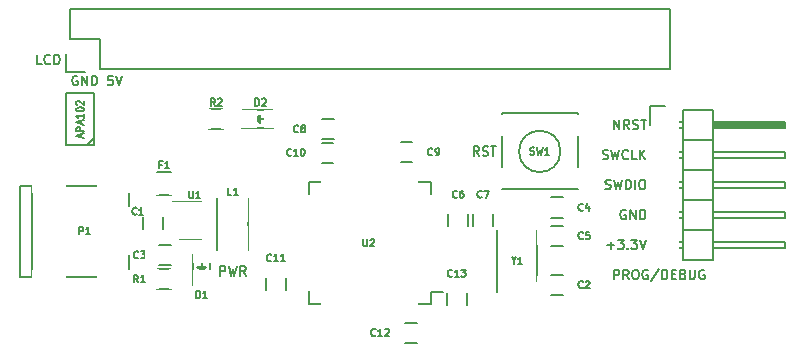
<source format=gto>
G04 #@! TF.FileFunction,Legend,Top*
%FSLAX46Y46*%
G04 Gerber Fmt 4.6, Leading zero omitted, Abs format (unit mm)*
G04 Created by KiCad (PCBNEW 4.0.5) date 12/27/16 09:40:05*
%MOMM*%
%LPD*%
G01*
G04 APERTURE LIST*
%ADD10C,0.100000*%
%ADD11C,0.150000*%
%ADD12C,0.180000*%
%ADD13C,0.120000*%
%ADD14R,1.400000X1.900000*%
%ADD15C,3.400000*%
%ADD16R,1.100000X1.700000*%
%ADD17R,1.598880X1.598880*%
%ADD18R,1.650000X1.400000*%
%ADD19R,1.400000X1.650000*%
%ADD20R,1.800000X1.800000*%
%ADD21R,1.800000X1.700000*%
%ADD22R,1.400000X0.650000*%
%ADD23R,0.650000X1.400000*%
%ADD24R,2.127200X2.127200*%
%ADD25O,2.127200X2.127200*%
%ADD26R,2.432000X2.127200*%
%ADD27O,2.432000X2.127200*%
%ADD28R,2.701240X0.900380*%
%ADD29R,2.899360X2.398980*%
%ADD30C,1.299160*%
%ADD31R,2.800000X2.400000*%
%ADD32R,2.600000X2.225000*%
%ADD33R,1.950000X1.700000*%
%ADD34R,1.460000X1.050000*%
G04 APERTURE END LIST*
D10*
D11*
X117333333Y-93761905D02*
X117333333Y-92961905D01*
X117638095Y-92961905D01*
X117714286Y-93000000D01*
X117752381Y-93038095D01*
X117790476Y-93114286D01*
X117790476Y-93228571D01*
X117752381Y-93304762D01*
X117714286Y-93342857D01*
X117638095Y-93380952D01*
X117333333Y-93380952D01*
X118057143Y-92961905D02*
X118247619Y-93761905D01*
X118400000Y-93190476D01*
X118552381Y-93761905D01*
X118742857Y-92961905D01*
X119504762Y-93761905D02*
X119238095Y-93380952D01*
X119047619Y-93761905D02*
X119047619Y-92961905D01*
X119352381Y-92961905D01*
X119428572Y-93000000D01*
X119466667Y-93038095D01*
X119504762Y-93114286D01*
X119504762Y-93228571D01*
X119466667Y-93304762D01*
X119428572Y-93342857D01*
X119352381Y-93380952D01*
X119047619Y-93380952D01*
X139261905Y-83611905D02*
X138995238Y-83230952D01*
X138804762Y-83611905D02*
X138804762Y-82811905D01*
X139109524Y-82811905D01*
X139185715Y-82850000D01*
X139223810Y-82888095D01*
X139261905Y-82964286D01*
X139261905Y-83078571D01*
X139223810Y-83154762D01*
X139185715Y-83192857D01*
X139109524Y-83230952D01*
X138804762Y-83230952D01*
X139566667Y-83573810D02*
X139680953Y-83611905D01*
X139871429Y-83611905D01*
X139947619Y-83573810D01*
X139985715Y-83535714D01*
X140023810Y-83459524D01*
X140023810Y-83383333D01*
X139985715Y-83307143D01*
X139947619Y-83269048D01*
X139871429Y-83230952D01*
X139719048Y-83192857D01*
X139642857Y-83154762D01*
X139604762Y-83116667D01*
X139566667Y-83040476D01*
X139566667Y-82964286D01*
X139604762Y-82888095D01*
X139642857Y-82850000D01*
X139719048Y-82811905D01*
X139909524Y-82811905D01*
X140023810Y-82850000D01*
X140252381Y-82811905D02*
X140709524Y-82811905D01*
X140480953Y-83611905D02*
X140480953Y-82811905D01*
X108257620Y-76861905D02*
X107876667Y-76861905D01*
X107838572Y-77242857D01*
X107876667Y-77204762D01*
X107952858Y-77166667D01*
X108143334Y-77166667D01*
X108219524Y-77204762D01*
X108257620Y-77242857D01*
X108295715Y-77319048D01*
X108295715Y-77509524D01*
X108257620Y-77585714D01*
X108219524Y-77623810D01*
X108143334Y-77661905D01*
X107952858Y-77661905D01*
X107876667Y-77623810D01*
X107838572Y-77585714D01*
X108524286Y-76861905D02*
X108790953Y-77661905D01*
X109057620Y-76861905D01*
X105260477Y-76900000D02*
X105184286Y-76861905D01*
X105070001Y-76861905D01*
X104955715Y-76900000D01*
X104879524Y-76976190D01*
X104841429Y-77052381D01*
X104803334Y-77204762D01*
X104803334Y-77319048D01*
X104841429Y-77471429D01*
X104879524Y-77547619D01*
X104955715Y-77623810D01*
X105070001Y-77661905D01*
X105146191Y-77661905D01*
X105260477Y-77623810D01*
X105298572Y-77585714D01*
X105298572Y-77319048D01*
X105146191Y-77319048D01*
X105641429Y-77661905D02*
X105641429Y-76861905D01*
X106098572Y-77661905D01*
X106098572Y-76861905D01*
X106479524Y-77661905D02*
X106479524Y-76861905D01*
X106670000Y-76861905D01*
X106784286Y-76900000D01*
X106860477Y-76976190D01*
X106898572Y-77052381D01*
X106936667Y-77204762D01*
X106936667Y-77319048D01*
X106898572Y-77471429D01*
X106860477Y-77547619D01*
X106784286Y-77623810D01*
X106670000Y-77661905D01*
X106479524Y-77661905D01*
X102237620Y-75851905D02*
X101856667Y-75851905D01*
X101856667Y-75051905D01*
X102961429Y-75775714D02*
X102923334Y-75813810D01*
X102809048Y-75851905D01*
X102732858Y-75851905D01*
X102618572Y-75813810D01*
X102542381Y-75737619D01*
X102504286Y-75661429D01*
X102466191Y-75509048D01*
X102466191Y-75394762D01*
X102504286Y-75242381D01*
X102542381Y-75166190D01*
X102618572Y-75090000D01*
X102732858Y-75051905D01*
X102809048Y-75051905D01*
X102923334Y-75090000D01*
X102961429Y-75128095D01*
X103304286Y-75851905D02*
X103304286Y-75051905D01*
X103494762Y-75051905D01*
X103609048Y-75090000D01*
X103685239Y-75166190D01*
X103723334Y-75242381D01*
X103761429Y-75394762D01*
X103761429Y-75509048D01*
X103723334Y-75661429D01*
X103685239Y-75737619D01*
X103609048Y-75813810D01*
X103494762Y-75851905D01*
X103304286Y-75851905D01*
X150681429Y-94071905D02*
X150681429Y-93271905D01*
X150986191Y-93271905D01*
X151062382Y-93310000D01*
X151100477Y-93348095D01*
X151138572Y-93424286D01*
X151138572Y-93538571D01*
X151100477Y-93614762D01*
X151062382Y-93652857D01*
X150986191Y-93690952D01*
X150681429Y-93690952D01*
X151938572Y-94071905D02*
X151671905Y-93690952D01*
X151481429Y-94071905D02*
X151481429Y-93271905D01*
X151786191Y-93271905D01*
X151862382Y-93310000D01*
X151900477Y-93348095D01*
X151938572Y-93424286D01*
X151938572Y-93538571D01*
X151900477Y-93614762D01*
X151862382Y-93652857D01*
X151786191Y-93690952D01*
X151481429Y-93690952D01*
X152433810Y-93271905D02*
X152586191Y-93271905D01*
X152662382Y-93310000D01*
X152738572Y-93386190D01*
X152776667Y-93538571D01*
X152776667Y-93805238D01*
X152738572Y-93957619D01*
X152662382Y-94033810D01*
X152586191Y-94071905D01*
X152433810Y-94071905D01*
X152357620Y-94033810D01*
X152281429Y-93957619D01*
X152243334Y-93805238D01*
X152243334Y-93538571D01*
X152281429Y-93386190D01*
X152357620Y-93310000D01*
X152433810Y-93271905D01*
X153538572Y-93310000D02*
X153462381Y-93271905D01*
X153348096Y-93271905D01*
X153233810Y-93310000D01*
X153157619Y-93386190D01*
X153119524Y-93462381D01*
X153081429Y-93614762D01*
X153081429Y-93729048D01*
X153119524Y-93881429D01*
X153157619Y-93957619D01*
X153233810Y-94033810D01*
X153348096Y-94071905D01*
X153424286Y-94071905D01*
X153538572Y-94033810D01*
X153576667Y-93995714D01*
X153576667Y-93729048D01*
X153424286Y-93729048D01*
X154490953Y-93233810D02*
X153805238Y-94262381D01*
X154757619Y-94071905D02*
X154757619Y-93271905D01*
X154948095Y-93271905D01*
X155062381Y-93310000D01*
X155138572Y-93386190D01*
X155176667Y-93462381D01*
X155214762Y-93614762D01*
X155214762Y-93729048D01*
X155176667Y-93881429D01*
X155138572Y-93957619D01*
X155062381Y-94033810D01*
X154948095Y-94071905D01*
X154757619Y-94071905D01*
X155557619Y-93652857D02*
X155824286Y-93652857D01*
X155938572Y-94071905D02*
X155557619Y-94071905D01*
X155557619Y-93271905D01*
X155938572Y-93271905D01*
X156548096Y-93652857D02*
X156662382Y-93690952D01*
X156700477Y-93729048D01*
X156738572Y-93805238D01*
X156738572Y-93919524D01*
X156700477Y-93995714D01*
X156662382Y-94033810D01*
X156586191Y-94071905D01*
X156281429Y-94071905D01*
X156281429Y-93271905D01*
X156548096Y-93271905D01*
X156624286Y-93310000D01*
X156662382Y-93348095D01*
X156700477Y-93424286D01*
X156700477Y-93500476D01*
X156662382Y-93576667D01*
X156624286Y-93614762D01*
X156548096Y-93652857D01*
X156281429Y-93652857D01*
X157081429Y-93271905D02*
X157081429Y-93919524D01*
X157119524Y-93995714D01*
X157157620Y-94033810D01*
X157233810Y-94071905D01*
X157386191Y-94071905D01*
X157462382Y-94033810D01*
X157500477Y-93995714D01*
X157538572Y-93919524D01*
X157538572Y-93271905D01*
X158338572Y-93310000D02*
X158262381Y-93271905D01*
X158148096Y-93271905D01*
X158033810Y-93310000D01*
X157957619Y-93386190D01*
X157919524Y-93462381D01*
X157881429Y-93614762D01*
X157881429Y-93729048D01*
X157919524Y-93881429D01*
X157957619Y-93957619D01*
X158033810Y-94033810D01*
X158148096Y-94071905D01*
X158224286Y-94071905D01*
X158338572Y-94033810D01*
X158376667Y-93995714D01*
X158376667Y-93729048D01*
X158224286Y-93729048D01*
D12*
X150109524Y-91217143D02*
X150719048Y-91217143D01*
X150414286Y-91521905D02*
X150414286Y-90912381D01*
X151023810Y-90721905D02*
X151519048Y-90721905D01*
X151252381Y-91026667D01*
X151366667Y-91026667D01*
X151442857Y-91064762D01*
X151480953Y-91102857D01*
X151519048Y-91179048D01*
X151519048Y-91369524D01*
X151480953Y-91445714D01*
X151442857Y-91483810D01*
X151366667Y-91521905D01*
X151138095Y-91521905D01*
X151061905Y-91483810D01*
X151023810Y-91445714D01*
X151861905Y-91445714D02*
X151900000Y-91483810D01*
X151861905Y-91521905D01*
X151823810Y-91483810D01*
X151861905Y-91445714D01*
X151861905Y-91521905D01*
X152166667Y-90721905D02*
X152661905Y-90721905D01*
X152395238Y-91026667D01*
X152509524Y-91026667D01*
X152585714Y-91064762D01*
X152623810Y-91102857D01*
X152661905Y-91179048D01*
X152661905Y-91369524D01*
X152623810Y-91445714D01*
X152585714Y-91483810D01*
X152509524Y-91521905D01*
X152280952Y-91521905D01*
X152204762Y-91483810D01*
X152166667Y-91445714D01*
X152890476Y-90721905D02*
X153157143Y-91521905D01*
X153423810Y-90721905D01*
X149728571Y-83863810D02*
X149842857Y-83901905D01*
X150033333Y-83901905D01*
X150109523Y-83863810D01*
X150147619Y-83825714D01*
X150185714Y-83749524D01*
X150185714Y-83673333D01*
X150147619Y-83597143D01*
X150109523Y-83559048D01*
X150033333Y-83520952D01*
X149880952Y-83482857D01*
X149804761Y-83444762D01*
X149766666Y-83406667D01*
X149728571Y-83330476D01*
X149728571Y-83254286D01*
X149766666Y-83178095D01*
X149804761Y-83140000D01*
X149880952Y-83101905D01*
X150071428Y-83101905D01*
X150185714Y-83140000D01*
X150452381Y-83101905D02*
X150642857Y-83901905D01*
X150795238Y-83330476D01*
X150947619Y-83901905D01*
X151138095Y-83101905D01*
X151900000Y-83825714D02*
X151861905Y-83863810D01*
X151747619Y-83901905D01*
X151671429Y-83901905D01*
X151557143Y-83863810D01*
X151480952Y-83787619D01*
X151442857Y-83711429D01*
X151404762Y-83559048D01*
X151404762Y-83444762D01*
X151442857Y-83292381D01*
X151480952Y-83216190D01*
X151557143Y-83140000D01*
X151671429Y-83101905D01*
X151747619Y-83101905D01*
X151861905Y-83140000D01*
X151900000Y-83178095D01*
X152623810Y-83901905D02*
X152242857Y-83901905D01*
X152242857Y-83101905D01*
X152890476Y-83901905D02*
X152890476Y-83101905D01*
X153347619Y-83901905D02*
X153004762Y-83444762D01*
X153347619Y-83101905D02*
X152890476Y-83559048D01*
X151671429Y-88220000D02*
X151595238Y-88181905D01*
X151480953Y-88181905D01*
X151366667Y-88220000D01*
X151290476Y-88296190D01*
X151252381Y-88372381D01*
X151214286Y-88524762D01*
X151214286Y-88639048D01*
X151252381Y-88791429D01*
X151290476Y-88867619D01*
X151366667Y-88943810D01*
X151480953Y-88981905D01*
X151557143Y-88981905D01*
X151671429Y-88943810D01*
X151709524Y-88905714D01*
X151709524Y-88639048D01*
X151557143Y-88639048D01*
X152052381Y-88981905D02*
X152052381Y-88181905D01*
X152509524Y-88981905D01*
X152509524Y-88181905D01*
X152890476Y-88981905D02*
X152890476Y-88181905D01*
X153080952Y-88181905D01*
X153195238Y-88220000D01*
X153271429Y-88296190D01*
X153309524Y-88372381D01*
X153347619Y-88524762D01*
X153347619Y-88639048D01*
X153309524Y-88791429D01*
X153271429Y-88867619D01*
X153195238Y-88943810D01*
X153080952Y-88981905D01*
X152890476Y-88981905D01*
X149957143Y-86403810D02*
X150071429Y-86441905D01*
X150261905Y-86441905D01*
X150338095Y-86403810D01*
X150376191Y-86365714D01*
X150414286Y-86289524D01*
X150414286Y-86213333D01*
X150376191Y-86137143D01*
X150338095Y-86099048D01*
X150261905Y-86060952D01*
X150109524Y-86022857D01*
X150033333Y-85984762D01*
X149995238Y-85946667D01*
X149957143Y-85870476D01*
X149957143Y-85794286D01*
X149995238Y-85718095D01*
X150033333Y-85680000D01*
X150109524Y-85641905D01*
X150300000Y-85641905D01*
X150414286Y-85680000D01*
X150680953Y-85641905D02*
X150871429Y-86441905D01*
X151023810Y-85870476D01*
X151176191Y-86441905D01*
X151366667Y-85641905D01*
X151671429Y-86441905D02*
X151671429Y-85641905D01*
X151861905Y-85641905D01*
X151976191Y-85680000D01*
X152052382Y-85756190D01*
X152090477Y-85832381D01*
X152128572Y-85984762D01*
X152128572Y-86099048D01*
X152090477Y-86251429D01*
X152052382Y-86327619D01*
X151976191Y-86403810D01*
X151861905Y-86441905D01*
X151671429Y-86441905D01*
X152471429Y-86441905D02*
X152471429Y-85641905D01*
X153004762Y-85641905D02*
X153157143Y-85641905D01*
X153233334Y-85680000D01*
X153309524Y-85756190D01*
X153347619Y-85908571D01*
X153347619Y-86175238D01*
X153309524Y-86327619D01*
X153233334Y-86403810D01*
X153157143Y-86441905D01*
X153004762Y-86441905D01*
X152928572Y-86403810D01*
X152852381Y-86327619D01*
X152814286Y-86175238D01*
X152814286Y-85908571D01*
X152852381Y-85756190D01*
X152928572Y-85680000D01*
X153004762Y-85641905D01*
X150680952Y-81361905D02*
X150680952Y-80561905D01*
X151138095Y-81361905D01*
X151138095Y-80561905D01*
X151976190Y-81361905D02*
X151709523Y-80980952D01*
X151519047Y-81361905D02*
X151519047Y-80561905D01*
X151823809Y-80561905D01*
X151900000Y-80600000D01*
X151938095Y-80638095D01*
X151976190Y-80714286D01*
X151976190Y-80828571D01*
X151938095Y-80904762D01*
X151900000Y-80942857D01*
X151823809Y-80980952D01*
X151519047Y-80980952D01*
X152280952Y-81323810D02*
X152395238Y-81361905D01*
X152585714Y-81361905D01*
X152661904Y-81323810D01*
X152700000Y-81285714D01*
X152738095Y-81209524D01*
X152738095Y-81133333D01*
X152700000Y-81057143D01*
X152661904Y-81019048D01*
X152585714Y-80980952D01*
X152433333Y-80942857D01*
X152357142Y-80904762D01*
X152319047Y-80866667D01*
X152280952Y-80790476D01*
X152280952Y-80714286D01*
X152319047Y-80638095D01*
X152357142Y-80600000D01*
X152433333Y-80561905D01*
X152623809Y-80561905D01*
X152738095Y-80600000D01*
X152966666Y-80561905D02*
X153423809Y-80561905D01*
X153195238Y-81361905D02*
X153195238Y-80561905D01*
D11*
X113200000Y-85025000D02*
X112000000Y-85025000D01*
X112000000Y-86975000D02*
X113200000Y-86975000D01*
X112010000Y-93185000D02*
X113210000Y-93185000D01*
X113210000Y-94935000D02*
X112010000Y-94935000D01*
X116520000Y-94600000D02*
X116520000Y-91900000D01*
X115020000Y-94600000D02*
X115020000Y-91900000D01*
X115920000Y-93100000D02*
X115670000Y-93100000D01*
X115670000Y-93100000D02*
X115820000Y-93250000D01*
X115420000Y-93350000D02*
X116120000Y-93350000D01*
X115770000Y-93000000D02*
X115770000Y-92650000D01*
X115770000Y-93350000D02*
X115420000Y-93000000D01*
X115420000Y-93000000D02*
X116120000Y-93000000D01*
X116120000Y-93000000D02*
X115770000Y-93350000D01*
X138210000Y-96220000D02*
X138210000Y-95220000D01*
X136510000Y-95220000D02*
X136510000Y-96220000D01*
X132990000Y-99450000D02*
X133990000Y-99450000D01*
X133990000Y-97750000D02*
X132990000Y-97750000D01*
X121200000Y-94000000D02*
X121200000Y-95000000D01*
X122900000Y-95000000D02*
X122900000Y-94000000D01*
X126930000Y-82500000D02*
X125930000Y-82500000D01*
X125930000Y-84200000D02*
X126930000Y-84200000D01*
X133620000Y-82470000D02*
X132620000Y-82470000D01*
X132620000Y-84170000D02*
X133620000Y-84170000D01*
X126940000Y-80520000D02*
X125940000Y-80520000D01*
X125940000Y-82220000D02*
X126940000Y-82220000D01*
X140440000Y-89540000D02*
X140440000Y-88540000D01*
X138740000Y-88540000D02*
X138740000Y-89540000D01*
X138350000Y-89530000D02*
X138350000Y-88530000D01*
X136650000Y-88530000D02*
X136650000Y-89530000D01*
X146350000Y-89550000D02*
X145350000Y-89550000D01*
X145350000Y-91250000D02*
X146350000Y-91250000D01*
X146350000Y-87150000D02*
X145350000Y-87150000D01*
X145350000Y-88850000D02*
X146350000Y-88850000D01*
X112160000Y-92880000D02*
X113160000Y-92880000D01*
X113160000Y-91180000D02*
X112160000Y-91180000D01*
X146350000Y-93700000D02*
X145350000Y-93700000D01*
X145350000Y-95400000D02*
X146350000Y-95400000D01*
X112510000Y-89790000D02*
X112510000Y-88790000D01*
X110810000Y-88790000D02*
X110810000Y-89790000D01*
X106100000Y-82700000D02*
X106700000Y-82100000D01*
X106700000Y-78300000D02*
X106700000Y-82300000D01*
X104300000Y-82700000D02*
X104300000Y-78300000D01*
X106700000Y-82300000D02*
X106700000Y-82700000D01*
X104300000Y-78300000D02*
X106700000Y-78300000D01*
X104300000Y-82700000D02*
X106700000Y-82700000D01*
X135175000Y-96175000D02*
X135175000Y-95175000D01*
X124825000Y-96175000D02*
X124825000Y-95100000D01*
X124825000Y-85825000D02*
X124825000Y-86900000D01*
X135175000Y-85825000D02*
X135175000Y-86900000D01*
X135175000Y-96175000D02*
X134100000Y-96175000D01*
X135175000Y-85825000D02*
X134100000Y-85825000D01*
X124825000Y-85825000D02*
X125900000Y-85825000D01*
X124825000Y-96175000D02*
X125900000Y-96175000D01*
X135175000Y-95175000D02*
X136200000Y-95175000D01*
X155400000Y-71190000D02*
X104600000Y-71190000D01*
X107140000Y-76270000D02*
X155400000Y-76270000D01*
X155400000Y-71190000D02*
X155400000Y-76270000D01*
X104600000Y-71190000D02*
X104600000Y-73730000D01*
X104320000Y-75000000D02*
X104320000Y-76550000D01*
X104600000Y-73730000D02*
X107140000Y-73730000D01*
X107140000Y-73730000D02*
X107140000Y-76270000D01*
X104320000Y-76550000D02*
X105870000Y-76550000D01*
X153700000Y-79450000D02*
X153700000Y-81000000D01*
X155000000Y-79450000D02*
X153700000Y-79450000D01*
X159191000Y-80873000D02*
X165033000Y-80873000D01*
X165033000Y-80873000D02*
X165033000Y-81127000D01*
X165033000Y-81127000D02*
X159191000Y-81127000D01*
X159191000Y-81127000D02*
X159191000Y-81000000D01*
X159191000Y-81000000D02*
X165033000Y-81000000D01*
X156524000Y-80746000D02*
X156143000Y-80746000D01*
X156524000Y-81254000D02*
X156143000Y-81254000D01*
X156524000Y-83286000D02*
X156143000Y-83286000D01*
X156524000Y-83794000D02*
X156143000Y-83794000D01*
X156524000Y-85826000D02*
X156143000Y-85826000D01*
X156524000Y-86334000D02*
X156143000Y-86334000D01*
X156524000Y-88366000D02*
X156143000Y-88366000D01*
X156524000Y-88874000D02*
X156143000Y-88874000D01*
X156524000Y-91414000D02*
X156143000Y-91414000D01*
X156524000Y-90906000D02*
X156143000Y-90906000D01*
X159064000Y-82270000D02*
X159064000Y-79730000D01*
X165160000Y-81254000D02*
X159064000Y-81254000D01*
X165160000Y-80746000D02*
X165160000Y-81254000D01*
X159064000Y-80746000D02*
X165160000Y-80746000D01*
X156524000Y-82270000D02*
X159064000Y-82270000D01*
X156524000Y-79730000D02*
X156524000Y-82270000D01*
X156524000Y-79730000D02*
X159064000Y-79730000D01*
X156524000Y-84810000D02*
X159064000Y-84810000D01*
X156524000Y-84810000D02*
X156524000Y-87350000D01*
X156524000Y-87350000D02*
X159064000Y-87350000D01*
X159064000Y-85826000D02*
X165160000Y-85826000D01*
X165160000Y-85826000D02*
X165160000Y-86334000D01*
X165160000Y-86334000D02*
X159064000Y-86334000D01*
X159064000Y-87350000D02*
X159064000Y-84810000D01*
X159064000Y-84810000D02*
X159064000Y-82270000D01*
X165160000Y-83794000D02*
X159064000Y-83794000D01*
X165160000Y-83286000D02*
X165160000Y-83794000D01*
X159064000Y-83286000D02*
X165160000Y-83286000D01*
X156524000Y-84810000D02*
X159064000Y-84810000D01*
X156524000Y-82270000D02*
X156524000Y-84810000D01*
X156524000Y-82270000D02*
X159064000Y-82270000D01*
X156524000Y-89890000D02*
X159064000Y-89890000D01*
X156524000Y-89890000D02*
X156524000Y-92430000D01*
X156524000Y-92430000D02*
X159064000Y-92430000D01*
X159064000Y-90906000D02*
X165160000Y-90906000D01*
X165160000Y-90906000D02*
X165160000Y-91414000D01*
X165160000Y-91414000D02*
X159064000Y-91414000D01*
X159064000Y-92430000D02*
X159064000Y-89890000D01*
X159064000Y-89890000D02*
X159064000Y-87350000D01*
X165160000Y-88874000D02*
X159064000Y-88874000D01*
X165160000Y-88366000D02*
X165160000Y-88874000D01*
X159064000Y-88366000D02*
X165160000Y-88366000D01*
X156524000Y-89890000D02*
X159064000Y-89890000D01*
X156524000Y-87350000D02*
X156524000Y-89890000D01*
X156524000Y-87350000D02*
X159064000Y-87350000D01*
X101400820Y-86149360D02*
X101400820Y-93850640D01*
X100400060Y-86149360D02*
X100400060Y-93850640D01*
X100400060Y-93850640D02*
X109599940Y-93850640D01*
X109599940Y-93850640D02*
X109599940Y-86149360D01*
X109599940Y-86149360D02*
X100400060Y-86149360D01*
X144200000Y-89900000D02*
X144200000Y-94200000D01*
X140800000Y-95150000D02*
X140800000Y-89900000D01*
X119700000Y-87220000D02*
X119700000Y-91620000D01*
X117100000Y-87220000D02*
X117100000Y-91620000D01*
X146150714Y-83250000D02*
G75*
G03X146150714Y-83250000I-1750714J0D01*
G01*
X141175000Y-86475000D02*
X141175000Y-86450000D01*
X141175000Y-80025000D02*
X141175000Y-80050000D01*
X147625000Y-80025000D02*
X147625000Y-80050000D01*
X147625000Y-86450000D02*
X147625000Y-86475000D01*
X141175000Y-84550000D02*
X141175000Y-81950000D01*
X147625000Y-86475000D02*
X141175000Y-86475000D01*
X147625000Y-84550000D02*
X147625000Y-81950000D01*
X147625000Y-80025000D02*
X141175000Y-80025000D01*
D13*
X113890000Y-90670000D02*
X115690000Y-90670000D01*
X115690000Y-87450000D02*
X113240000Y-87450000D01*
D11*
X119150000Y-81250000D02*
X121850000Y-81250000D01*
X119150000Y-79750000D02*
X121850000Y-79750000D01*
X120650000Y-80650000D02*
X120650000Y-80400000D01*
X120650000Y-80400000D02*
X120500000Y-80550000D01*
X120400000Y-80150000D02*
X120400000Y-80850000D01*
X120750000Y-80500000D02*
X121100000Y-80500000D01*
X120400000Y-80500000D02*
X120750000Y-80150000D01*
X120750000Y-80150000D02*
X120750000Y-80850000D01*
X120750000Y-80850000D02*
X120400000Y-80500000D01*
X116400000Y-79625000D02*
X117600000Y-79625000D01*
X117600000Y-81375000D02*
X116400000Y-81375000D01*
X112400000Y-84377143D02*
X112200000Y-84377143D01*
X112200000Y-84691429D02*
X112200000Y-84091429D01*
X112485714Y-84091429D01*
X113028572Y-84691429D02*
X112685715Y-84691429D01*
X112857143Y-84691429D02*
X112857143Y-84091429D01*
X112800000Y-84177143D01*
X112742858Y-84234286D01*
X112685715Y-84262857D01*
X110400000Y-94331429D02*
X110200000Y-94045714D01*
X110057143Y-94331429D02*
X110057143Y-93731429D01*
X110285715Y-93731429D01*
X110342857Y-93760000D01*
X110371429Y-93788571D01*
X110400000Y-93845714D01*
X110400000Y-93931429D01*
X110371429Y-93988571D01*
X110342857Y-94017143D01*
X110285715Y-94045714D01*
X110057143Y-94045714D01*
X110971429Y-94331429D02*
X110628572Y-94331429D01*
X110800000Y-94331429D02*
X110800000Y-93731429D01*
X110742857Y-93817143D01*
X110685715Y-93874286D01*
X110628572Y-93902857D01*
X115327143Y-95671429D02*
X115327143Y-95071429D01*
X115470000Y-95071429D01*
X115555715Y-95100000D01*
X115612857Y-95157143D01*
X115641429Y-95214286D01*
X115670000Y-95328571D01*
X115670000Y-95414286D01*
X115641429Y-95528571D01*
X115612857Y-95585714D01*
X115555715Y-95642857D01*
X115470000Y-95671429D01*
X115327143Y-95671429D01*
X116241429Y-95671429D02*
X115898572Y-95671429D01*
X116070000Y-95671429D02*
X116070000Y-95071429D01*
X116012857Y-95157143D01*
X115955715Y-95214286D01*
X115898572Y-95242857D01*
X136974285Y-93814286D02*
X136945714Y-93842857D01*
X136860000Y-93871429D01*
X136802857Y-93871429D01*
X136717142Y-93842857D01*
X136660000Y-93785714D01*
X136631428Y-93728571D01*
X136602857Y-93614286D01*
X136602857Y-93528571D01*
X136631428Y-93414286D01*
X136660000Y-93357143D01*
X136717142Y-93300000D01*
X136802857Y-93271429D01*
X136860000Y-93271429D01*
X136945714Y-93300000D01*
X136974285Y-93328571D01*
X137545714Y-93871429D02*
X137202857Y-93871429D01*
X137374285Y-93871429D02*
X137374285Y-93271429D01*
X137317142Y-93357143D01*
X137260000Y-93414286D01*
X137202857Y-93442857D01*
X137745714Y-93271429D02*
X138117143Y-93271429D01*
X137917143Y-93500000D01*
X138002857Y-93500000D01*
X138060000Y-93528571D01*
X138088571Y-93557143D01*
X138117143Y-93614286D01*
X138117143Y-93757143D01*
X138088571Y-93814286D01*
X138060000Y-93842857D01*
X138002857Y-93871429D01*
X137831429Y-93871429D01*
X137774286Y-93842857D01*
X137745714Y-93814286D01*
X130494285Y-98814286D02*
X130465714Y-98842857D01*
X130380000Y-98871429D01*
X130322857Y-98871429D01*
X130237142Y-98842857D01*
X130180000Y-98785714D01*
X130151428Y-98728571D01*
X130122857Y-98614286D01*
X130122857Y-98528571D01*
X130151428Y-98414286D01*
X130180000Y-98357143D01*
X130237142Y-98300000D01*
X130322857Y-98271429D01*
X130380000Y-98271429D01*
X130465714Y-98300000D01*
X130494285Y-98328571D01*
X131065714Y-98871429D02*
X130722857Y-98871429D01*
X130894285Y-98871429D02*
X130894285Y-98271429D01*
X130837142Y-98357143D01*
X130780000Y-98414286D01*
X130722857Y-98442857D01*
X131294286Y-98328571D02*
X131322857Y-98300000D01*
X131380000Y-98271429D01*
X131522857Y-98271429D01*
X131580000Y-98300000D01*
X131608571Y-98328571D01*
X131637143Y-98385714D01*
X131637143Y-98442857D01*
X131608571Y-98528571D01*
X131265714Y-98871429D01*
X131637143Y-98871429D01*
X121664285Y-92514286D02*
X121635714Y-92542857D01*
X121550000Y-92571429D01*
X121492857Y-92571429D01*
X121407142Y-92542857D01*
X121350000Y-92485714D01*
X121321428Y-92428571D01*
X121292857Y-92314286D01*
X121292857Y-92228571D01*
X121321428Y-92114286D01*
X121350000Y-92057143D01*
X121407142Y-92000000D01*
X121492857Y-91971429D01*
X121550000Y-91971429D01*
X121635714Y-92000000D01*
X121664285Y-92028571D01*
X122235714Y-92571429D02*
X121892857Y-92571429D01*
X122064285Y-92571429D02*
X122064285Y-91971429D01*
X122007142Y-92057143D01*
X121950000Y-92114286D01*
X121892857Y-92142857D01*
X122807143Y-92571429D02*
X122464286Y-92571429D01*
X122635714Y-92571429D02*
X122635714Y-91971429D01*
X122578571Y-92057143D01*
X122521429Y-92114286D01*
X122464286Y-92142857D01*
X123364285Y-83564286D02*
X123335714Y-83592857D01*
X123250000Y-83621429D01*
X123192857Y-83621429D01*
X123107142Y-83592857D01*
X123050000Y-83535714D01*
X123021428Y-83478571D01*
X122992857Y-83364286D01*
X122992857Y-83278571D01*
X123021428Y-83164286D01*
X123050000Y-83107143D01*
X123107142Y-83050000D01*
X123192857Y-83021429D01*
X123250000Y-83021429D01*
X123335714Y-83050000D01*
X123364285Y-83078571D01*
X123935714Y-83621429D02*
X123592857Y-83621429D01*
X123764285Y-83621429D02*
X123764285Y-83021429D01*
X123707142Y-83107143D01*
X123650000Y-83164286D01*
X123592857Y-83192857D01*
X124307143Y-83021429D02*
X124364286Y-83021429D01*
X124421429Y-83050000D01*
X124450000Y-83078571D01*
X124478571Y-83135714D01*
X124507143Y-83250000D01*
X124507143Y-83392857D01*
X124478571Y-83507143D01*
X124450000Y-83564286D01*
X124421429Y-83592857D01*
X124364286Y-83621429D01*
X124307143Y-83621429D01*
X124250000Y-83592857D01*
X124221429Y-83564286D01*
X124192857Y-83507143D01*
X124164286Y-83392857D01*
X124164286Y-83250000D01*
X124192857Y-83135714D01*
X124221429Y-83078571D01*
X124250000Y-83050000D01*
X124307143Y-83021429D01*
X135320000Y-83534286D02*
X135291429Y-83562857D01*
X135205715Y-83591429D01*
X135148572Y-83591429D01*
X135062857Y-83562857D01*
X135005715Y-83505714D01*
X134977143Y-83448571D01*
X134948572Y-83334286D01*
X134948572Y-83248571D01*
X134977143Y-83134286D01*
X135005715Y-83077143D01*
X135062857Y-83020000D01*
X135148572Y-82991429D01*
X135205715Y-82991429D01*
X135291429Y-83020000D01*
X135320000Y-83048571D01*
X135605715Y-83591429D02*
X135720000Y-83591429D01*
X135777143Y-83562857D01*
X135805715Y-83534286D01*
X135862857Y-83448571D01*
X135891429Y-83334286D01*
X135891429Y-83105714D01*
X135862857Y-83048571D01*
X135834286Y-83020000D01*
X135777143Y-82991429D01*
X135662857Y-82991429D01*
X135605715Y-83020000D01*
X135577143Y-83048571D01*
X135548572Y-83105714D01*
X135548572Y-83248571D01*
X135577143Y-83305714D01*
X135605715Y-83334286D01*
X135662857Y-83362857D01*
X135777143Y-83362857D01*
X135834286Y-83334286D01*
X135862857Y-83305714D01*
X135891429Y-83248571D01*
X123970000Y-81584286D02*
X123941429Y-81612857D01*
X123855715Y-81641429D01*
X123798572Y-81641429D01*
X123712857Y-81612857D01*
X123655715Y-81555714D01*
X123627143Y-81498571D01*
X123598572Y-81384286D01*
X123598572Y-81298571D01*
X123627143Y-81184286D01*
X123655715Y-81127143D01*
X123712857Y-81070000D01*
X123798572Y-81041429D01*
X123855715Y-81041429D01*
X123941429Y-81070000D01*
X123970000Y-81098571D01*
X124312857Y-81298571D02*
X124255715Y-81270000D01*
X124227143Y-81241429D01*
X124198572Y-81184286D01*
X124198572Y-81155714D01*
X124227143Y-81098571D01*
X124255715Y-81070000D01*
X124312857Y-81041429D01*
X124427143Y-81041429D01*
X124484286Y-81070000D01*
X124512857Y-81098571D01*
X124541429Y-81155714D01*
X124541429Y-81184286D01*
X124512857Y-81241429D01*
X124484286Y-81270000D01*
X124427143Y-81298571D01*
X124312857Y-81298571D01*
X124255715Y-81327143D01*
X124227143Y-81355714D01*
X124198572Y-81412857D01*
X124198572Y-81527143D01*
X124227143Y-81584286D01*
X124255715Y-81612857D01*
X124312857Y-81641429D01*
X124427143Y-81641429D01*
X124484286Y-81612857D01*
X124512857Y-81584286D01*
X124541429Y-81527143D01*
X124541429Y-81412857D01*
X124512857Y-81355714D01*
X124484286Y-81327143D01*
X124427143Y-81298571D01*
X139480000Y-87114286D02*
X139451429Y-87142857D01*
X139365715Y-87171429D01*
X139308572Y-87171429D01*
X139222857Y-87142857D01*
X139165715Y-87085714D01*
X139137143Y-87028571D01*
X139108572Y-86914286D01*
X139108572Y-86828571D01*
X139137143Y-86714286D01*
X139165715Y-86657143D01*
X139222857Y-86600000D01*
X139308572Y-86571429D01*
X139365715Y-86571429D01*
X139451429Y-86600000D01*
X139480000Y-86628571D01*
X139680000Y-86571429D02*
X140080000Y-86571429D01*
X139822857Y-87171429D01*
X137400000Y-87114286D02*
X137371429Y-87142857D01*
X137285715Y-87171429D01*
X137228572Y-87171429D01*
X137142857Y-87142857D01*
X137085715Y-87085714D01*
X137057143Y-87028571D01*
X137028572Y-86914286D01*
X137028572Y-86828571D01*
X137057143Y-86714286D01*
X137085715Y-86657143D01*
X137142857Y-86600000D01*
X137228572Y-86571429D01*
X137285715Y-86571429D01*
X137371429Y-86600000D01*
X137400000Y-86628571D01*
X137914286Y-86571429D02*
X137800000Y-86571429D01*
X137742857Y-86600000D01*
X137714286Y-86628571D01*
X137657143Y-86714286D01*
X137628572Y-86828571D01*
X137628572Y-87057143D01*
X137657143Y-87114286D01*
X137685715Y-87142857D01*
X137742857Y-87171429D01*
X137857143Y-87171429D01*
X137914286Y-87142857D01*
X137942857Y-87114286D01*
X137971429Y-87057143D01*
X137971429Y-86914286D01*
X137942857Y-86857143D01*
X137914286Y-86828571D01*
X137857143Y-86800000D01*
X137742857Y-86800000D01*
X137685715Y-86828571D01*
X137657143Y-86857143D01*
X137628572Y-86914286D01*
X148050000Y-90614286D02*
X148021429Y-90642857D01*
X147935715Y-90671429D01*
X147878572Y-90671429D01*
X147792857Y-90642857D01*
X147735715Y-90585714D01*
X147707143Y-90528571D01*
X147678572Y-90414286D01*
X147678572Y-90328571D01*
X147707143Y-90214286D01*
X147735715Y-90157143D01*
X147792857Y-90100000D01*
X147878572Y-90071429D01*
X147935715Y-90071429D01*
X148021429Y-90100000D01*
X148050000Y-90128571D01*
X148592857Y-90071429D02*
X148307143Y-90071429D01*
X148278572Y-90357143D01*
X148307143Y-90328571D01*
X148364286Y-90300000D01*
X148507143Y-90300000D01*
X148564286Y-90328571D01*
X148592857Y-90357143D01*
X148621429Y-90414286D01*
X148621429Y-90557143D01*
X148592857Y-90614286D01*
X148564286Y-90642857D01*
X148507143Y-90671429D01*
X148364286Y-90671429D01*
X148307143Y-90642857D01*
X148278572Y-90614286D01*
X148050000Y-88214286D02*
X148021429Y-88242857D01*
X147935715Y-88271429D01*
X147878572Y-88271429D01*
X147792857Y-88242857D01*
X147735715Y-88185714D01*
X147707143Y-88128571D01*
X147678572Y-88014286D01*
X147678572Y-87928571D01*
X147707143Y-87814286D01*
X147735715Y-87757143D01*
X147792857Y-87700000D01*
X147878572Y-87671429D01*
X147935715Y-87671429D01*
X148021429Y-87700000D01*
X148050000Y-87728571D01*
X148564286Y-87871429D02*
X148564286Y-88271429D01*
X148421429Y-87642857D02*
X148278572Y-88071429D01*
X148650000Y-88071429D01*
X110410000Y-92244286D02*
X110381429Y-92272857D01*
X110295715Y-92301429D01*
X110238572Y-92301429D01*
X110152857Y-92272857D01*
X110095715Y-92215714D01*
X110067143Y-92158571D01*
X110038572Y-92044286D01*
X110038572Y-91958571D01*
X110067143Y-91844286D01*
X110095715Y-91787143D01*
X110152857Y-91730000D01*
X110238572Y-91701429D01*
X110295715Y-91701429D01*
X110381429Y-91730000D01*
X110410000Y-91758571D01*
X110610000Y-91701429D02*
X110981429Y-91701429D01*
X110781429Y-91930000D01*
X110867143Y-91930000D01*
X110924286Y-91958571D01*
X110952857Y-91987143D01*
X110981429Y-92044286D01*
X110981429Y-92187143D01*
X110952857Y-92244286D01*
X110924286Y-92272857D01*
X110867143Y-92301429D01*
X110695715Y-92301429D01*
X110638572Y-92272857D01*
X110610000Y-92244286D01*
X148050000Y-94764286D02*
X148021429Y-94792857D01*
X147935715Y-94821429D01*
X147878572Y-94821429D01*
X147792857Y-94792857D01*
X147735715Y-94735714D01*
X147707143Y-94678571D01*
X147678572Y-94564286D01*
X147678572Y-94478571D01*
X147707143Y-94364286D01*
X147735715Y-94307143D01*
X147792857Y-94250000D01*
X147878572Y-94221429D01*
X147935715Y-94221429D01*
X148021429Y-94250000D01*
X148050000Y-94278571D01*
X148278572Y-94278571D02*
X148307143Y-94250000D01*
X148364286Y-94221429D01*
X148507143Y-94221429D01*
X148564286Y-94250000D01*
X148592857Y-94278571D01*
X148621429Y-94335714D01*
X148621429Y-94392857D01*
X148592857Y-94478571D01*
X148250000Y-94821429D01*
X148621429Y-94821429D01*
X110270000Y-88544286D02*
X110241429Y-88572857D01*
X110155715Y-88601429D01*
X110098572Y-88601429D01*
X110012857Y-88572857D01*
X109955715Y-88515714D01*
X109927143Y-88458571D01*
X109898572Y-88344286D01*
X109898572Y-88258571D01*
X109927143Y-88144286D01*
X109955715Y-88087143D01*
X110012857Y-88030000D01*
X110098572Y-88001429D01*
X110155715Y-88001429D01*
X110241429Y-88030000D01*
X110270000Y-88058571D01*
X110841429Y-88601429D02*
X110498572Y-88601429D01*
X110670000Y-88601429D02*
X110670000Y-88001429D01*
X110612857Y-88087143D01*
X110555715Y-88144286D01*
X110498572Y-88172857D01*
X105600000Y-82057143D02*
X105600000Y-81771429D01*
X105771429Y-82114286D02*
X105171429Y-81914286D01*
X105771429Y-81714286D01*
X105771429Y-81514286D02*
X105171429Y-81514286D01*
X105171429Y-81285714D01*
X105200000Y-81228572D01*
X105228571Y-81200000D01*
X105285714Y-81171429D01*
X105371429Y-81171429D01*
X105428571Y-81200000D01*
X105457143Y-81228572D01*
X105485714Y-81285714D01*
X105485714Y-81514286D01*
X105600000Y-80942857D02*
X105600000Y-80657143D01*
X105771429Y-81000000D02*
X105171429Y-80800000D01*
X105771429Y-80600000D01*
X105771429Y-80085714D02*
X105771429Y-80428571D01*
X105771429Y-80257143D02*
X105171429Y-80257143D01*
X105257143Y-80314286D01*
X105314286Y-80371428D01*
X105342857Y-80428571D01*
X105171429Y-79714285D02*
X105171429Y-79657142D01*
X105200000Y-79599999D01*
X105228571Y-79571428D01*
X105285714Y-79542857D01*
X105400000Y-79514285D01*
X105542857Y-79514285D01*
X105657143Y-79542857D01*
X105714286Y-79571428D01*
X105742857Y-79599999D01*
X105771429Y-79657142D01*
X105771429Y-79714285D01*
X105742857Y-79771428D01*
X105714286Y-79799999D01*
X105657143Y-79828571D01*
X105542857Y-79857142D01*
X105400000Y-79857142D01*
X105285714Y-79828571D01*
X105228571Y-79799999D01*
X105200000Y-79771428D01*
X105171429Y-79714285D01*
X105228571Y-79285713D02*
X105200000Y-79257142D01*
X105171429Y-79199999D01*
X105171429Y-79057142D01*
X105200000Y-78999999D01*
X105228571Y-78971428D01*
X105285714Y-78942856D01*
X105342857Y-78942856D01*
X105428571Y-78971428D01*
X105771429Y-79314285D01*
X105771429Y-78942856D01*
X129462857Y-90701429D02*
X129462857Y-91187143D01*
X129491429Y-91244286D01*
X129520000Y-91272857D01*
X129577143Y-91301429D01*
X129691429Y-91301429D01*
X129748571Y-91272857D01*
X129777143Y-91244286D01*
X129805714Y-91187143D01*
X129805714Y-90701429D01*
X130062857Y-90758571D02*
X130091428Y-90730000D01*
X130148571Y-90701429D01*
X130291428Y-90701429D01*
X130348571Y-90730000D01*
X130377142Y-90758571D01*
X130405714Y-90815714D01*
X130405714Y-90872857D01*
X130377142Y-90958571D01*
X130034285Y-91301429D01*
X130405714Y-91301429D01*
X105407143Y-90271429D02*
X105407143Y-89671429D01*
X105635715Y-89671429D01*
X105692857Y-89700000D01*
X105721429Y-89728571D01*
X105750000Y-89785714D01*
X105750000Y-89871429D01*
X105721429Y-89928571D01*
X105692857Y-89957143D01*
X105635715Y-89985714D01*
X105407143Y-89985714D01*
X106321429Y-90271429D02*
X105978572Y-90271429D01*
X106150000Y-90271429D02*
X106150000Y-89671429D01*
X106092857Y-89757143D01*
X106035715Y-89814286D01*
X105978572Y-89842857D01*
X142214286Y-92485714D02*
X142214286Y-92771429D01*
X142014286Y-92171429D02*
X142214286Y-92485714D01*
X142414286Y-92171429D01*
X142928572Y-92771429D02*
X142585715Y-92771429D01*
X142757143Y-92771429D02*
X142757143Y-92171429D01*
X142700000Y-92257143D01*
X142642858Y-92314286D01*
X142585715Y-92342857D01*
X118300000Y-86911429D02*
X118014286Y-86911429D01*
X118014286Y-86311429D01*
X118814286Y-86911429D02*
X118471429Y-86911429D01*
X118642857Y-86911429D02*
X118642857Y-86311429D01*
X118585714Y-86397143D01*
X118528572Y-86454286D01*
X118471429Y-86482857D01*
X143600000Y-83492857D02*
X143685714Y-83521429D01*
X143828571Y-83521429D01*
X143885714Y-83492857D01*
X143914285Y-83464286D01*
X143942857Y-83407143D01*
X143942857Y-83350000D01*
X143914285Y-83292857D01*
X143885714Y-83264286D01*
X143828571Y-83235714D01*
X143714285Y-83207143D01*
X143657143Y-83178571D01*
X143628571Y-83150000D01*
X143600000Y-83092857D01*
X143600000Y-83035714D01*
X143628571Y-82978571D01*
X143657143Y-82950000D01*
X143714285Y-82921429D01*
X143857143Y-82921429D01*
X143942857Y-82950000D01*
X144142857Y-82921429D02*
X144285714Y-83521429D01*
X144400000Y-83092857D01*
X144514286Y-83521429D01*
X144657143Y-82921429D01*
X145200000Y-83521429D02*
X144857143Y-83521429D01*
X145028571Y-83521429D02*
X145028571Y-82921429D01*
X144971428Y-83007143D01*
X144914286Y-83064286D01*
X144857143Y-83092857D01*
X114732857Y-86601429D02*
X114732857Y-87087143D01*
X114761429Y-87144286D01*
X114790000Y-87172857D01*
X114847143Y-87201429D01*
X114961429Y-87201429D01*
X115018571Y-87172857D01*
X115047143Y-87144286D01*
X115075714Y-87087143D01*
X115075714Y-86601429D01*
X115675714Y-87201429D02*
X115332857Y-87201429D01*
X115504285Y-87201429D02*
X115504285Y-86601429D01*
X115447142Y-86687143D01*
X115390000Y-86744286D01*
X115332857Y-86772857D01*
X120307143Y-79371429D02*
X120307143Y-78771429D01*
X120450000Y-78771429D01*
X120535715Y-78800000D01*
X120592857Y-78857143D01*
X120621429Y-78914286D01*
X120650000Y-79028571D01*
X120650000Y-79114286D01*
X120621429Y-79228571D01*
X120592857Y-79285714D01*
X120535715Y-79342857D01*
X120450000Y-79371429D01*
X120307143Y-79371429D01*
X120878572Y-78828571D02*
X120907143Y-78800000D01*
X120964286Y-78771429D01*
X121107143Y-78771429D01*
X121164286Y-78800000D01*
X121192857Y-78828571D01*
X121221429Y-78885714D01*
X121221429Y-78942857D01*
X121192857Y-79028571D01*
X120850000Y-79371429D01*
X121221429Y-79371429D01*
X116900000Y-79371429D02*
X116700000Y-79085714D01*
X116557143Y-79371429D02*
X116557143Y-78771429D01*
X116785715Y-78771429D01*
X116842857Y-78800000D01*
X116871429Y-78828571D01*
X116900000Y-78885714D01*
X116900000Y-78971429D01*
X116871429Y-79028571D01*
X116842857Y-79057143D01*
X116785715Y-79085714D01*
X116557143Y-79085714D01*
X117128572Y-78828571D02*
X117157143Y-78800000D01*
X117214286Y-78771429D01*
X117357143Y-78771429D01*
X117414286Y-78800000D01*
X117442857Y-78828571D01*
X117471429Y-78885714D01*
X117471429Y-78942857D01*
X117442857Y-79028571D01*
X117100000Y-79371429D01*
X117471429Y-79371429D01*
%LPC*%
D14*
X111500000Y-86000000D03*
X113700000Y-86000000D03*
D15*
X102500000Y-72500000D03*
D16*
X113560000Y-94060000D03*
X111660000Y-94060000D03*
D17*
X115770000Y-91950980D03*
X115770000Y-94049020D03*
D18*
X137360000Y-94720000D03*
X137360000Y-96720000D03*
D19*
X134490000Y-98600000D03*
X132490000Y-98600000D03*
D18*
X122050000Y-95500000D03*
X122050000Y-93500000D03*
D19*
X125430000Y-83350000D03*
X127430000Y-83350000D03*
X132120000Y-83320000D03*
X134120000Y-83320000D03*
X125440000Y-81370000D03*
X127440000Y-81370000D03*
D18*
X139590000Y-88040000D03*
X139590000Y-90040000D03*
X137500000Y-88030000D03*
X137500000Y-90030000D03*
D19*
X144850000Y-90400000D03*
X146850000Y-90400000D03*
X144850000Y-88000000D03*
X146850000Y-88000000D03*
X113660000Y-92030000D03*
X111660000Y-92030000D03*
X144850000Y-94550000D03*
X146850000Y-94550000D03*
D18*
X111660000Y-88290000D03*
X111660000Y-90290000D03*
D20*
X107700000Y-78900000D03*
X103300000Y-78900000D03*
D21*
X103300000Y-80500000D03*
X107700000Y-80500000D03*
D20*
X107700000Y-82100000D03*
X103300000Y-82100000D03*
D22*
X135700000Y-94750000D03*
X135700000Y-94250000D03*
X135700000Y-93750000D03*
X135700000Y-93250000D03*
X135700000Y-92750000D03*
X135700000Y-92250000D03*
X135700000Y-91750000D03*
X135700000Y-91250000D03*
X135700000Y-90750000D03*
X135700000Y-90250000D03*
X135700000Y-89750000D03*
X135700000Y-89250000D03*
X135700000Y-88750000D03*
X135700000Y-88250000D03*
X135700000Y-87750000D03*
X135700000Y-87250000D03*
D23*
X133750000Y-85300000D03*
X133250000Y-85300000D03*
X132750000Y-85300000D03*
X132250000Y-85300000D03*
X131750000Y-85300000D03*
X131250000Y-85300000D03*
X130750000Y-85300000D03*
X130250000Y-85300000D03*
X129750000Y-85300000D03*
X129250000Y-85300000D03*
X128750000Y-85300000D03*
X128250000Y-85300000D03*
X127750000Y-85300000D03*
X127250000Y-85300000D03*
X126750000Y-85300000D03*
X126250000Y-85300000D03*
D22*
X124300000Y-87250000D03*
X124300000Y-87750000D03*
X124300000Y-88250000D03*
X124300000Y-88750000D03*
X124300000Y-89250000D03*
X124300000Y-89750000D03*
X124300000Y-90250000D03*
X124300000Y-90750000D03*
X124300000Y-91250000D03*
X124300000Y-91750000D03*
X124300000Y-92250000D03*
X124300000Y-92750000D03*
X124300000Y-93250000D03*
X124300000Y-93750000D03*
X124300000Y-94250000D03*
X124300000Y-94750000D03*
D23*
X126250000Y-96700000D03*
X126750000Y-96700000D03*
X127250000Y-96700000D03*
X127750000Y-96700000D03*
X128250000Y-96700000D03*
X128750000Y-96700000D03*
X129250000Y-96700000D03*
X129750000Y-96700000D03*
X130250000Y-96700000D03*
X130750000Y-96700000D03*
X131250000Y-96700000D03*
X131750000Y-96700000D03*
X132250000Y-96700000D03*
X132750000Y-96700000D03*
X133250000Y-96700000D03*
X133750000Y-96700000D03*
D24*
X105870000Y-75000000D03*
D25*
X105870000Y-72460000D03*
X108410000Y-75000000D03*
X108410000Y-72460000D03*
X110950000Y-75000000D03*
X110950000Y-72460000D03*
X113490000Y-75000000D03*
X113490000Y-72460000D03*
X116030000Y-75000000D03*
X116030000Y-72460000D03*
X118570000Y-75000000D03*
X118570000Y-72460000D03*
X121110000Y-75000000D03*
X121110000Y-72460000D03*
X123650000Y-75000000D03*
X123650000Y-72460000D03*
X126190000Y-75000000D03*
X126190000Y-72460000D03*
X128730000Y-75000000D03*
X128730000Y-72460000D03*
X131270000Y-75000000D03*
X131270000Y-72460000D03*
X133810000Y-75000000D03*
X133810000Y-72460000D03*
X136350000Y-75000000D03*
X136350000Y-72460000D03*
X138890000Y-75000000D03*
X138890000Y-72460000D03*
X141430000Y-75000000D03*
X141430000Y-72460000D03*
X143970000Y-75000000D03*
X143970000Y-72460000D03*
X146510000Y-75000000D03*
X146510000Y-72460000D03*
X149050000Y-75000000D03*
X149050000Y-72460000D03*
X151590000Y-75000000D03*
X151590000Y-72460000D03*
X154130000Y-75000000D03*
X154130000Y-72460000D03*
D26*
X155000000Y-81000000D03*
D27*
X155000000Y-83540000D03*
X155000000Y-86080000D03*
X155000000Y-88620000D03*
X155000000Y-91160000D03*
D28*
X108449320Y-88399800D03*
X108449320Y-89199900D03*
X108449320Y-90000000D03*
X108449320Y-90800100D03*
X108449320Y-91600200D03*
D29*
X108350260Y-85549920D03*
X102851160Y-85549920D03*
X108350260Y-94450080D03*
X102851160Y-94450080D03*
D30*
X105850900Y-87800360D03*
X105850900Y-92199640D03*
D31*
X142500000Y-94550000D03*
X142500000Y-90450000D03*
D32*
X118400000Y-88132500D03*
X118400000Y-90707500D03*
D33*
X148375000Y-81000000D03*
X148375000Y-85500000D03*
X140425000Y-85500000D03*
X140425000Y-81000000D03*
D15*
X157500000Y-72500000D03*
X157500000Y-97500000D03*
X102500000Y-97500000D03*
D34*
X113690000Y-88110000D03*
X113690000Y-89060000D03*
X113690000Y-90010000D03*
X115890000Y-90010000D03*
X115890000Y-88110000D03*
D17*
X121799020Y-80500000D03*
X119700980Y-80500000D03*
D16*
X117950000Y-80500000D03*
X116050000Y-80500000D03*
M02*

</source>
